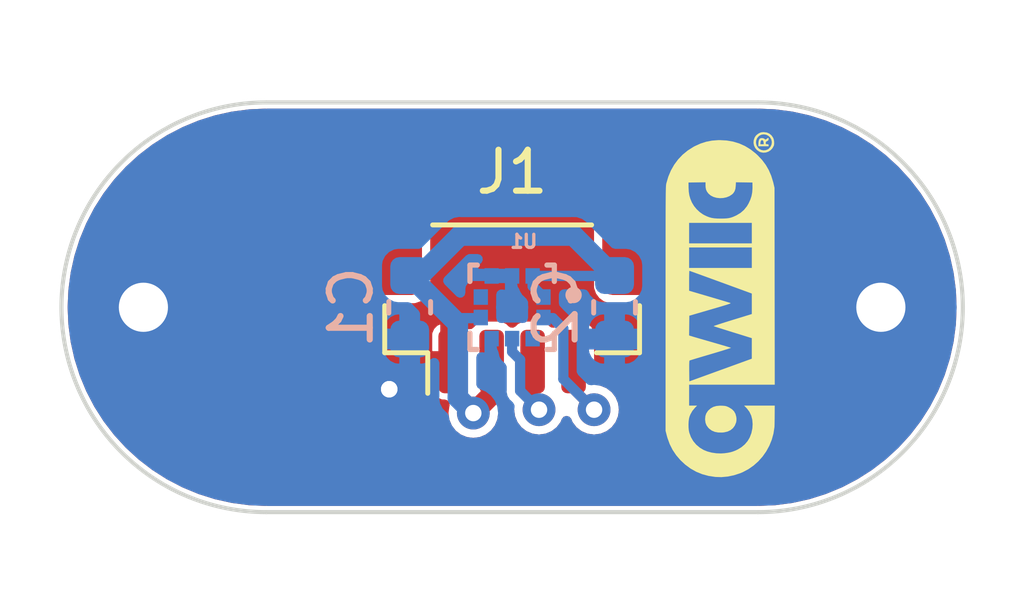
<source format=kicad_pcb>
(kicad_pcb (version 20211014) (generator pcbnew)
  (layers (0 "F.Cu" signal) (31 "B.Cu" signal) (34 "B.Paste" user) (35 "F.Paste" user) (36 "B.SilkS" user "B.Silkscreen") (37 "F.SilkS" user "F.Silkscreen") (38 "B.Mask" user) (39 "F.Mask" user) (44 "Edge.Cuts" user))
  (net 0 "")
  (net 1 "+3V3")
  (net 2 "GND")
  (net 3 "Net-(J1-Pad3)")
  (net 4 "Net-(J1-Pad4)")
  (footprint "airball-hardware:qwiic-logo" (layer "F.Cu") (at 5 0 90)
    (fp_text reference "G***" hide)
    (fp_text value "LOGO" hide)
    (fp_poly (pts (xy -2.655722 -0.283429) (xy -2.592186 -0.262531) (xy -2.534562 -0.225533) (xy -2.519505 -0.212656) (xy -2.468005 -0.155828) (xy -2.431601 -0.090604) (xy -2.409605 -0.014983) (xy -2.401327 0.073031) (xy -2.402363 0.12726) (xy -2.405642 0.175127) (xy -2.410888 0.210755) (xy -2.420087 0.241904) (xy -2.43523 0.276337) (xy -2.44616 0.298208) (xy -2.489042 0.366314) (xy -2.540248 0.416962) (xy -2.601822 0.451508) (xy -2.675808 0.471305) (xy -2.714136 0.475797) (xy -2.755449 0.475498) (xy -2.798017 0.469934) (xy -2.810707 0.466907) (xy -2.887151 0.436045) (xy -2.94995 0.390706) (xy -2.998792 0.331324) (xy -3.033367 0.258329) (xy -3.053362 0.172153) (xy -3.057776 0.124621) (xy -3.056248 0.028423) (xy -3.040462 -0.054871) (xy -3.009814 -0.126972) (xy -2.963701 -0.189591) (xy -2.937818 -0.215064) (xy -2.881206 -0.255826) (xy -2.818592 -0.280221) (xy -2.745815 -0.289747) (xy -2.73 -0.29)) (layer "F.SilkS") (width 0) (fill solid))
    (fp_poly (pts (xy 3.9825 1.010055) (xy 4.035861 1.013595) (xy 4.079486 1.023361) (xy 4.109579 1.038255) (xy 4.119882 1.04978) (xy 4.129404 1.083167) (xy 4.127963 1.120181) (xy 4.116401 1.151771) (xy 4.109602 1.160397) (xy 4.096365 1.175358) (xy 4.095419 1.187395) (xy 4.106447 1.205705) (xy 4.107962 1.207897) (xy 4.126931 1.236093) (xy 4.134334 1.251681) (xy 4.130133 1.258395) (xy 4.114292 1.259971) (xy 4.107442 1.26) (xy 4.083283 1.257035) (xy 4.067848 1.244476) (xy 4.057013 1.225) (xy 4.042382 1.201027) (xy 4.025075 1.191254) (xy 4.010161 1.19) (xy 3.989899 1.191935) (xy 3.981588 1.201785) (xy 3.98 1.225) (xy 3.978132 1.248669) (xy 3.969726 1.258358) (xy 3.955 1.26) (xy 3.93 1.26) (xy 3.93 1.05885) (xy 3.98 1.05885) (xy 3.98 1.141149) (xy 4.021481 1.138074) (xy 4.055307 1.13104) (xy 4.07393 1.1175) (xy 4.07971 1.094545) (xy 4.06767 1.07616) (xy 4.039844 1.0645) (xy 4.021481 1.061925) (xy 3.98 1.05885) (xy 3.93 1.05885) (xy 3.93 1.01)) (layer "F.SilkS") (width 0) (fill solid))
    (fp_poly (pts (xy 0.25445 -1.254997) (xy 0.524588 -1.254986) (xy 0.776098 -1.254961) (xy 1.009668 -1.254919) (xy 1.225984 -1.254855) (xy 1.425733 -1.254766) (xy 1.6096 -1.254646) (xy 1.778274 -1.254493) (xy 1.932439 -1.254302) (xy 2.072782 -1.254068) (xy 2.199991 -1.253787) (xy 2.314752 -1.253456) (xy 2.41775 -1.253069) (xy 2.509673 -1.252623) (xy 2.591207 -1.252114) (xy 2.663039 -1.251537) (xy 2.725855 -1.250888) (xy 2.780341 -1.250163) (xy 2.827184 -1.249358) (xy 2.867071 -1.248468) (xy 2.900689 -1.24749) (xy 2.928722 -1.246419) (xy 2.951859 -1.24525) (xy 2.970786 -1.243981) (xy 2.986189 -1.242605) (xy 2.998754 -1.241121) (xy 3.009169 -1.239522) (xy 3.018119 -1.237805) (xy 3.025 -1.23627) (xy 3.187493 -1.188626) (xy 3.339421 -1.124532) (xy 3.480005 -1.044583) (xy 3.608469 -0.949373) (xy 3.724036 -0.839497) (xy 3.82593 -0.715549) (xy 3.913374 -0.578124) (xy 3.933273 -0.540983) (xy 3.995767 -0.403202) (xy 4.04032 -0.265124) (xy 4.067903 -0.122708) (xy 4.079488 0.028089) (xy 4.08 0.069547) (xy 4.071026 0.235747) (xy 4.043986 0.393445) (xy 3.998701 0.543084) (xy 3.934995 0.685109) (xy 3.852687 0.819962) (xy 3.751602 0.948087) (xy 3.708415 0.99491) (xy 3.595389 1.10126) (xy 3.476062 1.190741) (xy 3.34802 1.264696) (xy 3.208848 1.324467) (xy 3.056132 1.371396) (xy 3.011989 1.382102) (xy 2.915 1.404408) (xy 0.5125 1.407403) (xy -1.89 1.410397) (xy -1.89 -0.675) (xy -1.808062 -0.675) (xy -1.531531 0.087327) (xy -1.255 0.849655) (xy -1.004333 0.849827) (xy -0.753666 0.85) (xy -0.61032 0.3875) (xy -0.581626 0.295197) (xy -0.554579 0.208721) (xy -0.529776 0.12995) (xy -0.50782 0.060767) (xy -0.489308 0.003049) (xy -0.474841 -0.041321) (xy -0.465019 -0.070465) (xy -0.460442 -0.082502) (xy -0.460336 -0.082652) (xy -0.456193 -0.074927) (xy -0.446837 -0.049849) (xy -0.432853 -0.009206) (xy -0.414826 0.045212) (xy -0.393337 0.111616) (xy -0.368973 0.188218) (xy -0.342316 0.27323) (xy -0.313951 0.364861) (xy -0.309349 0.379836) (xy -0.165 0.849976) (xy 0.08506 0.849988) (xy 0.335121 0.85) (xy 0.96 0.85) (xy 1.46 0.85) (xy 1.56 0.85) (xy 2.06 0.85) (xy 2.06 0.09) (xy 2.165027 0.09) (xy 2.165997 0.170096) (xy 2.169571 0.23527) (xy 2.176794 0.290538) (xy 2.18871 0.340916) (xy 2.206364 0.391421) (xy 2.2308 0.44707) (xy 2.245874 0.478364) (xy 2.304612 0.575789) (xy 2.378527 0.660426) (xy 2.466661 0.731304) (xy 2.535406 0.771753) (xy 2.627386 0.813975) (xy 2.715003 0.842821) (xy 2.80485 0.859797) (xy 2.903521 0.86641) (xy 2.95 0.866447) (xy 3.045 0.865) (xy 3.047703 0.663732) (xy 3.050406 0.462465) (xy 2.962005 0.458239) (xy 2.890532 0.449737) (xy 2.833013 0.430705) (xy 2.785443 0.399405) (xy 2.7555 0.36877) (xy 2.713043 0.304622) (xy 2.68357 0.231018) (xy 2.66697 0.151574) (xy 2.663134 0.069904) (xy 2.67195 -0.010375) (xy 2.693309 -0.085648) (xy 2.727102 -0.152301) (xy 2.773018 -0.206537) (xy 2.8216 -0.243863) (xy 2.871418 -0.266859) (xy 2.928938 -0.277897) (xy 2.972702 -0.279781) (xy 3.050405 -0.28) (xy 3.047702 -0.4875) (xy 3.045 -0.695) (xy 2.92 -0.693394) (xy 2.820466 -0.688324) (xy 2.733045 -0.674857) (xy 2.651059 -0.651448) (xy 2.567833 -0.616554) (xy 2.55 -0.607836) (xy 2.469632 -0.558741) (xy 2.39256 -0.494959) (xy 2.323735 -0.421371) (xy 2.26811 -0.342859) (xy 2.252324 -0.314435) (xy 2.220861 -0.248941) (xy 2.197654 -0.189234) (xy 2.181584 -0.130138) (xy 2.171536 -0.066478) (xy 2.166391 0.006923) (xy 2.165027 0.09) (xy 2.06 0.09) (xy 2.06 -0.68) (xy 1.56 -0.68) (xy 1.56 0.85) (xy 1.46 0.85) (xy 1.46 -0.68) (xy 0.96 -0.68) (xy 0.96 0.85) (xy 0.335121 0.85) (xy 0.61256 0.091462) (xy 0.655586 -0.026252) (xy 0.69657 -0.138531) (xy 0.734999 -0.24396) (xy 0.770359 -0.341125) (xy 0.802138 -0.428611) (xy 0.829823 -0.505003) (xy 0.8529 -0.568888) (xy 0.870858 -0.618851) (xy 0.883182 -0.653477) (xy 0.88936 -0.671351) (xy 0.89 -0.673538) (xy 0.880452 -0.675328) (xy 0.853621 -0.676928) (xy 0.81222 -0.678265) (xy 0.758965 -0.679268) (xy 0.696571 -0.679864) (xy 0.646893 -0.68) (xy 0.403787 -0.68) (xy 0.260532 -0.1925) (xy 0.232297 -0.096611) (xy 0.205455 -0.005829) (xy 0.180591 0.077898) (xy 0.158289 0.152617) (xy 0.139133 0.21638) (xy 0.123706 0.267237) (xy 0.112594 0.303237) (xy 0.106381 0.322431) (xy 0.105717 0.324236) (xy 0.103501 0.329236) (xy 0.101111 0.332109) (xy 0.098194 0.331732) (xy 0.094393 0.326979) (xy 0.089351 0.316726) (xy 0.082714 0.299848) (xy 0.074126 0.275221) (xy 0.06323 0.241719) (xy 0.049672 0.198219) (xy 0.033094 0.143596) (xy 0.013142 0.076724) (xy -0.010541 -0.00352) (xy -0.03831 -0.098262) (xy -0.070521 -0.208626) (xy -0.107529 -0.335736) (xy -0.149692 -0.480718) (xy -0.158205 -0.51) (xy -0.206174 -0.675) (xy -0.447428 -0.677677) (xy -0.688683 -0.680353) (xy -0.713609 -0.597677) (xy -0.72169 -0.570426) (xy -0.734574 -0.526421) (xy -0.751544 -0.468133) (xy -0.771884 -0.398031) (xy -0.794877 -0.318587) (xy -0.819808 -0.232269) (xy -0.84596 -0.141549) (xy -0.860797 -0.09) (xy -0.886396 -0.001344) (xy -0.910465 0.081381) (xy -0.932413 0.156191) (xy -0.95165 0.221104) (xy -0.967587 0.274138) (xy -0.979633 0.31331) (xy -0.987199 0.336638) (xy -0.989526 0.342495) (xy -0.993491 0.334649) (xy -1.002495 0.309336) (xy -1.015994 0.268296) (xy -1.033447 0.213269) (xy -1.054311 0.145992) (xy -1.078044 0.068205) (xy -1.104104 -0.018351) (xy -1.131948 -0.111939) (xy -1.144428 -0.154231) (xy -1.172987 -0.251018) (xy -1.199993 -0.342115) (xy -1.224897 -0.425695) (xy -1.247149 -0.499936) (xy -1.2662 -0.563012) (xy -1.2815 -0.613099) (xy -1.2925 -0.648374) (xy -1.29865 -0.667011) (xy -1.299631 -0.669402) (xy -1.310302 -0.673145) (xy -1.337561 -0.675848) (xy -1.38219 -0.677535) (xy -1.444975 -0.678232) (xy -1.5267 -0.677964) (xy -1.55723 -0.677676) (xy -1.808062 -0.675) (xy -1.89 -0.675) (xy -1.89 -0.68) (xy -2.4 -0.68) (xy -2.4 -0.485684) (xy -2.4525 -0.536863) (xy -2.530542 -0.601439) (xy -2.617039 -0.649974) (xy -2.67 -0.670973) (xy -2.721521 -0.68362) (xy -2.786425 -0.691705) (xy -2.858601 -0.695145) (xy -2.931941 -0.693856) (xy -3.000333 -0.687752) (xy -3.057669 -0.676749) (xy -3.059135 -0.676348) (xy -3.168033 -0.63624) (xy -3.266165 -0.579494) (xy -3.352581 -0.506899) (xy -3.426331 -0.419241) (xy -3.482667 -0.325) (xy -3.520269 -0.23233) (xy -3.547567 -0.127414) (xy -3.563716 -0.015631) (xy -3.567872 0.097646) (xy -3.562359 0.18259) (xy -3.551513 0.262982) (xy -3.538037 0.330244) (xy -3.520009 0.391233) (xy -3.495509 0.452804) (xy -3.473443 0.5) (xy -3.416921 0.594889) (xy -3.346574 0.678308) (xy -3.264895 0.747724) (xy -3.18 0.79795) (xy -3.07097 0.839943) (xy -2.956306 0.863716) (xy -2.852523 0.87) (xy -2.742936 0.86125) (xy -2.642532 0.835166) (xy -2.551951 0.791989) (xy -2.471831 0.731965) (xy -2.459224 0.720032) (xy -2.4 0.662081) (xy -2.4 1.41) (xy -2.6425 1.408318) (xy -2.712597 1.407695) (xy -2.778155 1.406854) (xy -2.835824 1.405859) (xy -2.882256 1.404773) (xy -2.914101 1.403659) (xy -2.925 1.402987) (xy -3.08231 1.379003) (xy -3.234365 1.336901) (xy -3.379649 1.277809) (xy -3.516646 1.202856) (xy -3.643841 1.113168) (xy -3.759717 1.009874) (xy -3.86276 0.8941) (xy -3.951452 0.766975) (xy -4.024279 0.629627) (xy -4.051388 0.565) (xy -4.100428 0.413929) (xy -4.132052 0.260819) (xy -4.145812 0.108668) (xy -4.14131 -0.039027) (xy -4.116375 -0.20505) (xy -4.073917 -0.361483) (xy -4.013773 -0.508665) (xy -3.935778 -0.64694) (xy -3.839768 -0.776648) (xy -3.732336 -0.891658) (xy -3.610636 -0.996356) (xy -3.480328 -1.083694) (xy -3.339902 -1.154506) (xy -3.18785 -1.209621) (xy -3.12274 -1.227636) (xy -3.015 -1.255) (xy -0.035 -1.255)) (layer "F.SilkS") (width 0) (fill solid))
    (fp_poly (pts (xy 4.077229 0.896139) (xy 4.140825 0.917887) (xy 4.183154 0.94427) (xy 4.207166 0.967898) (xy 4.232382 1.000756) (xy 4.245819 1.022456) (xy 4.262453 1.056315) (xy 4.271266 1.087151) (xy 4.274468 1.124351) (xy 4.274668 1.145) (xy 4.265485 1.216856) (xy 4.238746 1.279332) (xy 4.195023 1.331496) (xy 4.135294 1.372204) (xy 4.095554 1.386306) (xy 4.046801 1.394683) (xy 3.997287 1.396637) (xy 3.955264 1.39147) (xy 3.945 1.388296) (xy 3.883415 1.355443) (xy 3.834078 1.309884) (xy 3.798293 1.254791) (xy 3.777367 1.193338) (xy 3.773085 1.13522) (xy 3.82979 1.13522) (xy 3.834912 1.191296) (xy 3.855645 1.243012) (xy 3.872907 1.266783) (xy 3.920654 1.307766) (xy 3.975421 1.332072) (xy 4.033602 1.338773) (xy 4.091592 1.326944) (xy 4.097684 1.324522) (xy 4.148728 1.293737) (xy 4.186856 1.251623) (xy 4.211187 1.201838) (xy 4.220841 1.148038) (xy 4.214936 1.093879) (xy 4.192592 1.043017) (xy 4.171863 1.016584) (xy 4.122562 0.977517) (xy 4.067571 0.95612) (xy 4.01025 0.952225) (xy 3.953957 0.965666) (xy 3.902051 0.996274) (xy 3.866935 1.031753) (xy 3.840419 1.080225) (xy 3.82979 1.13522) (xy 3.773085 1.13522) (xy 3.772604 1.128696) (xy 3.785311 1.064039) (xy 3.798645 1.032654) (xy 3.838257 0.975145) (xy 3.889177 0.931991) (xy 3.94815 0.903939) (xy 4.011919 0.891739)) (layer "F.SilkS") (width 0) (fill solid))
  )
  (footprint "airball-hardware:JST_SH_BM04B-SRSS-TB_1x04-1MP_P1.00mm_Vertical" (layer "F.Cu") (at 0 0)
    (fp_text reference "J1" (at 0 -3.3) (layer "F.SilkS"))
    (fp_text value "Conn_01x04_Male")
    (fp_line (start 3.11 1.11) (end 2.06 1.11) (layer "F.SilkS") (width 0.12))
    (fp_line (start -3.11 1.11) (end -2.06 1.11) (layer "F.SilkS") (width 0.12))
    (fp_line (start 3.11 -0.04) (end 3.11 1.11) (layer "F.SilkS") (width 0.12))
    (fp_line (start -2.06 1.11) (end -2.06 2.1) (layer "F.SilkS") (width 0.12))
    (fp_line (start -3.11 -0.04) (end -3.11 1.11) (layer "F.SilkS") (width 0.12))
    (fp_line (start -1.94 -2.01) (end 1.94 -2.01) (layer "F.SilkS") (width 0.12))
    (pad "1" smd roundrect (at -1.5 1.325) (size 0.6 1.55) (layers "F.Cu" "F.Paste" "F.Mask") (net 2 "GND"))
    (pad "2" smd roundrect (at -0.5 1.325) (size 0.6 1.55) (layers "F.Cu" "F.Paste" "F.Mask") (net 1 "+3V3"))
    (pad "3" smd roundrect (at 0.5 1.325) (size 0.6 1.55) (layers "F.Cu" "F.Paste" "F.Mask") (net 3 "Net-(J1-Pad3)"))
    (pad "4" smd roundrect (at 1.5 1.325) (size 0.6 1.55) (layers "F.Cu" "F.Paste" "F.Mask") (net 4 "Net-(J1-Pad4)"))
    (pad "MP" smd roundrect (at 2.8 -1.2) (size 1.2 1.8) (layers "F.Cu" "F.Paste" "F.Mask") (roundrect_rratio 0.208333))
    (pad "MP" smd roundrect (at -2.8 -1.2) (size 1.2 1.8) (layers "F.Cu" "F.Paste" "F.Mask") (roundrect_rratio 0.208333))
  )
  (footprint "Capacitor_SMD:C_0603_1608Metric" (layer "B.Cu") (at -2.5 0 -90)
    (fp_text reference "C1" (at 0 1.43 90) (layer "B.SilkS") (effects (justify mirror)))
    (fp_text value "4.7uF")
    (fp_line (start -0.14058 0.51) (end 0.14058 0.51) (layer "B.SilkS") (width 0.12))
    (fp_line (start -0.14058 -0.51) (end 0.14058 -0.51) (layer "B.SilkS") (width 0.12))
    (pad "1" smd roundrect (at -0.775 0 270) (size 0.9 0.95) (layers "B.Cu" "B.Paste" "B.Mask") (net 1 "+3V3"))
    (pad "2" smd roundrect (at 0.775 0 270) (size 0.9 0.95) (layers "B.Cu" "B.Paste" "B.Mask") (net 2 "GND"))
  )
  (footprint "airball-hardware:BMP388" (layer "B.Cu") (at 0 0 180)
    (fp_text reference "U1" (at -0.284383 1.605376) (layer "B.SilkS") (effects (font (size 0.320434 0.320434)) (justify mirror)))
    (fp_text value "BMP388")
    (fp_line (start -1.03 -1.03) (end -1.03 -0.63) (layer "B.SilkS") (width 0.127))
    (fp_line (start 1.03 -1.03) (end 1.03 -0.63) (layer "B.SilkS") (width 0.127))
    (fp_line (start 0.85 -1.03) (end 1.03 -1.03) (layer "B.SilkS") (width 0.127))
    (fp_line (start 1.03 1.03) (end 1.03 0.63) (layer "B.SilkS") (width 0.127))
    (fp_line (start -0.85 -1.03) (end -1.03 -1.03) (layer "B.SilkS") (width 0.127))
    (fp_line (start -1.03 1.03) (end -0.85 1.03) (layer "B.SilkS") (width 0.127))
    (fp_line (start 0.85 1.03) (end 1.03 1.03) (layer "B.SilkS") (width 0.127))
    (fp_line (start -1.03 0.63) (end -1.03 1.03) (layer "B.SilkS") (width 0.127))
    (fp_circle (center -1.5 0.3) (end -1.4 0.3) (layer "B.SilkS") (width 0.2) (fill none))
    (pad "1" smd roundrect (at -0.765 0.25 90) (size 0.38 0.35) (layers "B.Cu" "B.Paste" "B.Mask") (roundrect_rratio 0.02) (net 1 "+3V3"))
    (pad "2" smd roundrect (at -0.765 -0.25 90) (size 0.38 0.35) (layers "B.Cu" "B.Paste" "B.Mask") (roundrect_rratio 0.02) (net 4 "Net-(J1-Pad4)"))
    (pad "3" smd roundrect (at -0.5 -0.765 90) (size 0.38 0.35) (layers "B.Cu" "B.Paste" "B.Mask") (roundrect_rratio 0.02) (net 2 "GND"))
    (pad "4" smd roundrect (at 0 -0.765 90) (size 0.38 0.35) (layers "B.Cu" "B.Paste" "B.Mask") (roundrect_rratio 0.02) (net 3 "Net-(J1-Pad3)"))
    (pad "5" smd roundrect (at 0.5 -0.765 90) (size 0.38 0.35) (layers "B.Cu" "B.Paste" "B.Mask") (roundrect_rratio 0.02) (net 2 "GND"))
    (pad "6" smd roundrect (at 0.765 -0.25 90) (size 0.38 0.35) (layers "B.Cu" "B.Paste" "B.Mask") (roundrect_rratio 0.02) (net 1 "+3V3"))
    (pad "7" smd roundrect (at 0.765 0.25 90) (size 0.38 0.35) (layers "B.Cu" "B.Paste" "B.Mask") (roundrect_rratio 0.02))
    (pad "8" smd roundrect (at 0.5 0.765 90) (size 0.38 0.35) (layers "B.Cu" "B.Paste" "B.Mask") (roundrect_rratio 0.02) (net 2 "GND"))
    (pad "9" smd roundrect (at 0 0.765 90) (size 0.38 0.35) (layers "B.Cu" "B.Paste" "B.Mask") (roundrect_rratio 0.02) (net 2 "GND"))
    (pad "10" smd roundrect (at -0.5 0.765 90) (size 0.38 0.35) (layers "B.Cu" "B.Paste" "B.Mask") (roundrect_rratio 0.02) (net 1 "+3V3"))
  )
  (footprint "Capacitor_SMD:C_0603_1608Metric" (layer "B.Cu") (at 2.5 0 -90)
    (fp_text reference "C2" (at 0 1.43 90) (layer "B.SilkS") (effects (justify mirror)))
    (fp_text value "0.1uF")
    (fp_line (start -0.14058 -0.51) (end 0.14058 -0.51) (layer "B.SilkS") (width 0.12))
    (fp_line (start -0.14058 0.51) (end 0.14058 0.51) (layer "B.SilkS") (width 0.12))
    (pad "1" smd roundrect (at -0.775 0 270) (size 0.9 0.95) (layers "B.Cu" "B.Paste" "B.Mask") (net 1 "+3V3"))
    (pad "2" smd roundrect (at 0.775 0 270) (size 0.9 0.95) (layers "B.Cu" "B.Paste" "B.Mask") (net 2 "GND"))
  )
  (gr_arc (start 6 -5) (mid 11 0) (end 6 5) (layer "Edge.Cuts") (width 0.1))
  (gr_line (start -6 -5) (end 6 -5) (layer "Edge.Cuts") (width 0.1))
  (gr_line (start 6 5) (end -6 5) (layer "Edge.Cuts") (width 0.1))
  (gr_arc (start -6 5) (mid -11 0) (end -6 -5) (layer "Edge.Cuts") (width 0.1))
  (segment (start -0.586091 2) (end -0.5 1.913909) (width 0.25) (layer "F.Cu") (net 1))
  (segment (start -0.5 2.134714) (end -0.947611 2.582325) (width 0.5) (layer "F.Cu") (net 1))
  (segment (start -0.5 1.325) (end -0.5 2.134714) (width 0.5) (layer "F.Cu") (net 1))
  (via (at -0.947611 2.582325) (size 0.8) (drill 0.4) (layers "F.Cu" "B.Cu") (net 1))
  (segment (start 0.75 -0.265) (end 0.765 -0.265) (width 0.25) (layer "B.Cu") (net 1))
  (segment (start 0.5 -0.515) (end 0.75 -0.265) (width 0.25) (layer "B.Cu") (net 1))
  (segment (start 1.5 -1.75) (end -1.275 -1.75) (width 0.5) (layer "B.Cu") (net 1))
  (segment (start -1.275 -1.75) (end -2.25 -0.775) (width 0.5) (layer "B.Cu") (net 1))
  (segment (start -1.325 2.204936) (end -1.325 0.4) (width 0.5) (layer "B.Cu") (net 1))
  (segment (start -1.325 0.4) (end -1.19 0.265) (width 0.25) (layer "B.Cu") (net 1))
  (segment (start -1.325 0.4) (end -2.5 -0.775) (width 0.5) (layer "B.Cu") (net 1))
  (segment (start -1.19 0.265) (end -0.765 0.265) (width 0.25) (layer "B.Cu") (net 1))
  (segment (start -0.947611 2.582325) (end -1.325 2.204936) (width 0.5) (layer "B.Cu") (net 1))
  (segment (start 2.25 -0.775) (end 2.25 -1) (width 0.5) (layer "B.Cu") (net 1))
  (segment (start 0.5 -0.765) (end 2.24 -0.765) (width 0.25) (layer "B.Cu") (net 1))
  (segment (start 0.5 -0.765) (end 0.5 -0.515) (width 0.25) (layer "B.Cu") (net 1))
  (segment (start 2.24 -0.765) (end 2.25 -0.775) (width 0.25) (layer "B.Cu") (net 1))
  (segment (start 2.25 -1) (end 1.5 -1.75) (width 0.5) (layer "B.Cu") (net 1))
  (via (at -3 2) (size 0.8) (drill 0.4) (layers "F.Cu" "B.Cu") (net 2))
  (via (at -3 2) (size 0.8) (drill 0.4) (layers "F.Cu" "B.Cu") (net 2))
  (via (at 9 0) (size 2) (drill 1.2) (layers "F.Cu" "B.Cu") (net 2))
  (via (at -9 0) (size 2) (drill 1.2) (layers "F.Cu" "B.Cu") (net 2))
  (via (at -3 2) (size 0.8) (drill 0.4) (layers "F.Cu" "B.Cu") (net 2))
  (segment (start 0.65643 2.5) (end 0.5 2.34357) (width 0.25) (layer "F.Cu") (net 3))
  (segment (start 0.5 2.34357) (end 0.5 1.325) (width 0.25) (layer "F.Cu") (net 3))
  (via (at 0.65643 2.5) (size 0.8) (drill 0.4) (layers "F.Cu" "B.Cu") (net 3))
  (segment (start 0.65643 2.5) (end 0.194481 2.038051) (width 0.25) (layer "B.Cu") (net 3))
  (segment (start 0 1.085519) (end 0 0.765) (width 0.25) (layer "B.Cu") (net 3))
  (segment (start 0.194481 2.038051) (end 0.194481 1.28) (width 0.25) (layer "B.Cu") (net 3))
  (segment (start 0.194481 1.28) (end 0 1.085519) (width 0.25) (layer "B.Cu") (net 3))
  (segment (start 1.5 2) (end 1.5 1.325) (width 0.25) (layer "F.Cu") (net 4))
  (segment (start 2 2.5) (end 1.5 2) (width 0.25) (layer "F.Cu") (net 4))
  (via (at 2 2.5) (size 0.8) (drill 0.4) (layers "F.Cu" "B.Cu") (net 4))
  (segment (start 2 2.5) (end 1.25 1.75) (width 0.25) (layer "B.Cu") (net 4))
  (segment (start 0.993 0.265) (end 0.765 0.265) (width 0.25) (layer "B.Cu") (net 4))
  (segment (start 1.25 1.75) (end 1.25 0.522) (width 0.25) (layer "B.Cu") (net 4))
  (segment (start 1.25 0.522) (end 0.993 0.265) (width 0.25) (layer "B.Cu") (net 4))
  (zone (net 2) (net_name "GND") (layers F&B.Cu) (connect_pads (clearance 0.15)) (min_thickness 0.254) (fill yes (thermal_gap 0.15) (thermal_bridge_width 0.508))
    (polygon (pts (xy 12.5 7.5) (xy -12.5 7.5) (xy -12.5 -7.5) (xy 12.5 -7.5)))
  )
)
</source>
